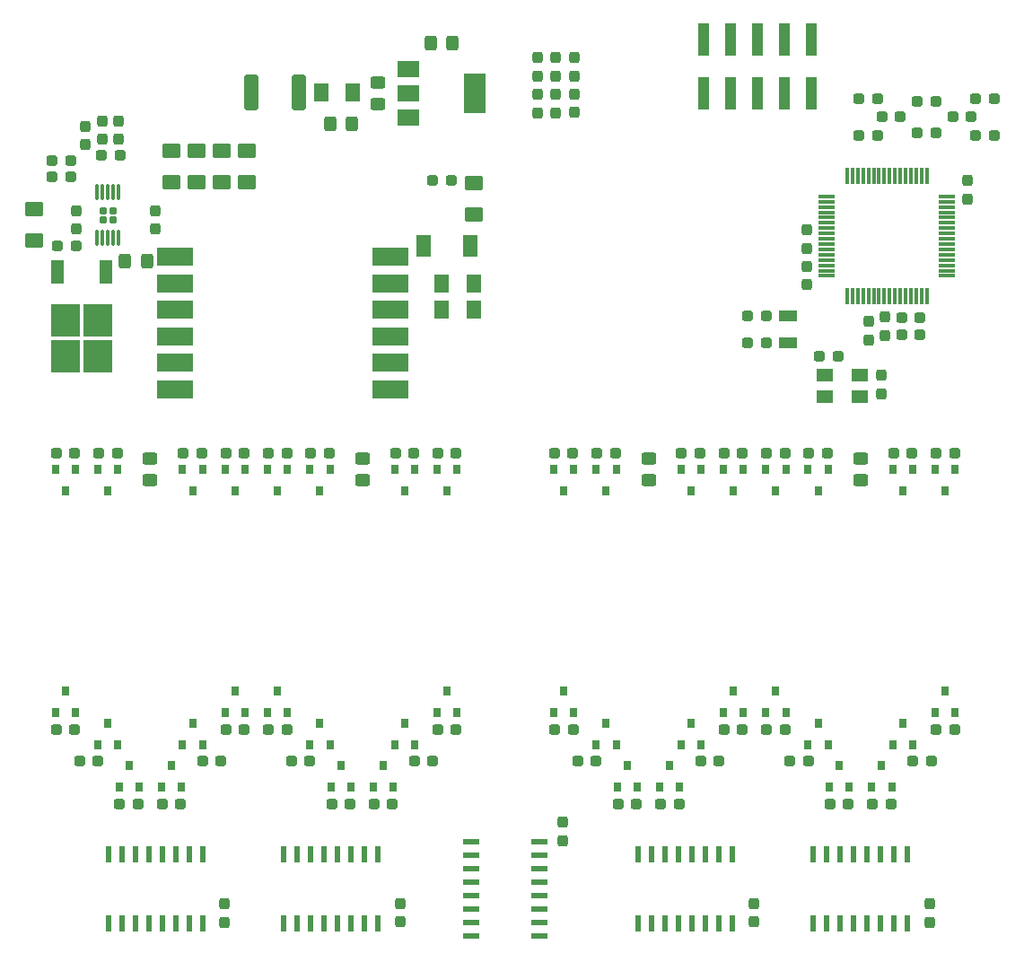
<source format=gbr>
%TF.GenerationSoftware,KiCad,Pcbnew,(5.99.0-9843-g93c991926f)*%
%TF.CreationDate,2021-03-24T22:11:12-04:00*%
%TF.ProjectId,nixieclock,6e697869-6563-46c6-9f63-6b2e6b696361,rev?*%
%TF.SameCoordinates,Original*%
%TF.FileFunction,Paste,Top*%
%TF.FilePolarity,Positive*%
%FSLAX46Y46*%
G04 Gerber Fmt 4.6, Leading zero omitted, Abs format (unit mm)*
G04 Created by KiCad (PCBNEW (5.99.0-9843-g93c991926f)) date 2021-03-24 22:11:12*
%MOMM*%
%LPD*%
G01*
G04 APERTURE LIST*
G04 Aperture macros list*
%AMRoundRect*
0 Rectangle with rounded corners*
0 $1 Rounding radius*
0 $2 $3 $4 $5 $6 $7 $8 $9 X,Y pos of 4 corners*
0 Add a 4 corners polygon primitive as box body*
4,1,4,$2,$3,$4,$5,$6,$7,$8,$9,$2,$3,0*
0 Add four circle primitives for the rounded corners*
1,1,$1+$1,$2,$3*
1,1,$1+$1,$4,$5*
1,1,$1+$1,$6,$7*
1,1,$1+$1,$8,$9*
0 Add four rect primitives between the rounded corners*
20,1,$1+$1,$2,$3,$4,$5,0*
20,1,$1+$1,$4,$5,$6,$7,0*
20,1,$1+$1,$6,$7,$8,$9,0*
20,1,$1+$1,$8,$9,$2,$3,0*%
G04 Aperture macros list end*
%ADD10R,0.800000X0.900000*%
%ADD11RoundRect,0.237500X0.287500X0.237500X-0.287500X0.237500X-0.287500X-0.237500X0.287500X-0.237500X0*%
%ADD12RoundRect,0.237500X-0.287500X-0.237500X0.287500X-0.237500X0.287500X0.237500X-0.287500X0.237500X0*%
%ADD13R,1.600000X1.300000*%
%ADD14RoundRect,0.137500X-0.137500X0.662500X-0.137500X-0.662500X0.137500X-0.662500X0.137500X0.662500X0*%
%ADD15RoundRect,0.250001X0.624999X-0.462499X0.624999X0.462499X-0.624999X0.462499X-0.624999X-0.462499X0*%
%ADD16RoundRect,0.237500X-0.237500X0.287500X-0.237500X-0.287500X0.237500X-0.287500X0.237500X0.287500X0*%
%ADD17RoundRect,0.250001X0.462499X0.624999X-0.462499X0.624999X-0.462499X-0.624999X0.462499X-0.624999X0*%
%ADD18RoundRect,0.237500X0.237500X-0.287500X0.237500X0.287500X-0.237500X0.287500X-0.237500X-0.287500X0*%
%ADD19RoundRect,0.250000X-0.450000X0.325000X-0.450000X-0.325000X0.450000X-0.325000X0.450000X0.325000X0*%
%ADD20R,3.430000X1.790000*%
%ADD21RoundRect,0.250000X0.325000X0.450000X-0.325000X0.450000X-0.325000X-0.450000X0.325000X-0.450000X0*%
%ADD22R,2.750000X3.050000*%
%ADD23R,1.200000X2.200000*%
%ADD24RoundRect,0.137500X-0.662500X-0.137500X0.662500X-0.137500X0.662500X0.137500X-0.662500X0.137500X0*%
%ADD25RoundRect,0.075000X0.075000X-0.700000X0.075000X0.700000X-0.075000X0.700000X-0.075000X-0.700000X0*%
%ADD26RoundRect,0.075000X0.700000X-0.075000X0.700000X0.075000X-0.700000X0.075000X-0.700000X-0.075000X0*%
%ADD27R,1.800000X1.000000*%
%ADD28R,1.000000X3.150000*%
%ADD29RoundRect,0.250000X-0.325000X-0.450000X0.325000X-0.450000X0.325000X0.450000X-0.325000X0.450000X0*%
%ADD30RoundRect,0.170000X-0.210000X0.170000X-0.210000X-0.170000X0.210000X-0.170000X0.210000X0.170000X0*%
%ADD31RoundRect,0.075000X-0.075000X0.650000X-0.075000X-0.650000X0.075000X-0.650000X0.075000X0.650000X0*%
%ADD32R,1.400000X2.000000*%
%ADD33R,2.000000X1.500000*%
%ADD34R,2.000000X3.800000*%
%ADD35RoundRect,0.250000X0.450000X-0.325000X0.450000X0.325000X-0.450000X0.325000X-0.450000X-0.325000X0*%
%ADD36RoundRect,0.250000X-0.400000X-1.450000X0.400000X-1.450000X0.400000X1.450000X-0.400000X1.450000X0*%
G04 APERTURE END LIST*
D10*
%TO.C,Q41*%
X152450000Y-114750000D03*
X150550000Y-114750000D03*
X151500000Y-116750000D03*
%TD*%
D11*
%TO.C,R45*%
X93375000Y-113200000D03*
X91625000Y-113200000D03*
%TD*%
D12*
%TO.C,R53*%
X87625000Y-139300000D03*
X89375000Y-139300000D03*
%TD*%
D10*
%TO.C,Q32*%
X130550000Y-137700000D03*
X132450000Y-137700000D03*
X131500000Y-135700000D03*
%TD*%
D12*
%TO.C,R71*%
X140625000Y-146300000D03*
X142375000Y-146300000D03*
%TD*%
D13*
%TO.C,Y1*%
X140150000Y-107850000D03*
X143450000Y-107850000D03*
X143450000Y-105850000D03*
X140150000Y-105850000D03*
%TD*%
D14*
%TO.C,U6*%
X131445000Y-151100000D03*
X130175000Y-151100000D03*
X128905000Y-151100000D03*
X127635000Y-151100000D03*
X126365000Y-151100000D03*
X125095000Y-151100000D03*
X123825000Y-151100000D03*
X122555000Y-151100000D03*
X122555000Y-157600000D03*
X123825000Y-157600000D03*
X125095000Y-157600000D03*
X126365000Y-157600000D03*
X127635000Y-157600000D03*
X128905000Y-157600000D03*
X130175000Y-157600000D03*
X131445000Y-157600000D03*
%TD*%
D10*
%TO.C,Q16*%
X71550000Y-140700000D03*
X73450000Y-140700000D03*
X72500000Y-138700000D03*
%TD*%
D12*
%TO.C,R59*%
X128425000Y-142300000D03*
X130175000Y-142300000D03*
%TD*%
D15*
%TO.C,C4*%
X85648800Y-87695100D03*
X85648800Y-84720100D03*
%TD*%
D11*
%TO.C,R74*%
X136375000Y-113200000D03*
X134625000Y-113200000D03*
%TD*%
D10*
%TO.C,Q36*%
X118550000Y-140700000D03*
X120450000Y-140700000D03*
X119500000Y-138700000D03*
%TD*%
%TO.C,Q38*%
X116450000Y-114750000D03*
X114550000Y-114750000D03*
X115500000Y-116750000D03*
%TD*%
D14*
%TO.C,U4*%
X97945000Y-151100000D03*
X96675000Y-151100000D03*
X95405000Y-151100000D03*
X94135000Y-151100000D03*
X92865000Y-151100000D03*
X91595000Y-151100000D03*
X90325000Y-151100000D03*
X89055000Y-151100000D03*
X89055000Y-157600000D03*
X90325000Y-157600000D03*
X91595000Y-157600000D03*
X92865000Y-157600000D03*
X94135000Y-157600000D03*
X95405000Y-157600000D03*
X96675000Y-157600000D03*
X97945000Y-157600000D03*
%TD*%
D10*
%TO.C,Q12*%
X83550000Y-137700000D03*
X85450000Y-137700000D03*
X84500000Y-135700000D03*
%TD*%
D15*
%TO.C,C2*%
X80873600Y-87687500D03*
X80873600Y-84712500D03*
%TD*%
D16*
%TO.C,C24*%
X145800000Y-100375000D03*
X145800000Y-102125000D03*
%TD*%
D12*
%TO.C,C30*%
X148875000Y-80000000D03*
X150625000Y-80000000D03*
%TD*%
D11*
%TO.C,R57*%
X132375000Y-113200000D03*
X130625000Y-113200000D03*
%TD*%
D17*
%TO.C,C6*%
X106987500Y-99700000D03*
X104012500Y-99700000D03*
%TD*%
D18*
%TO.C,C16*%
X100050000Y-157450000D03*
X100050000Y-155700000D03*
%TD*%
D12*
%TO.C,C29*%
X154375000Y-83250000D03*
X156125000Y-83250000D03*
%TD*%
D11*
%TO.C,C25*%
X141375000Y-104050000D03*
X139625000Y-104050000D03*
%TD*%
D12*
%TO.C,R69*%
X148425000Y-142300000D03*
X150175000Y-142300000D03*
%TD*%
D10*
%TO.C,Q44*%
X144550000Y-144700000D03*
X146450000Y-144700000D03*
X145500000Y-142700000D03*
%TD*%
D12*
%TO.C,R43*%
X67625000Y-139300000D03*
X69375000Y-139300000D03*
%TD*%
%TO.C,R70*%
X144625000Y-146300000D03*
X146375000Y-146300000D03*
%TD*%
D18*
%TO.C,C12*%
X73500000Y-83625000D03*
X73500000Y-81875000D03*
%TD*%
D10*
%TO.C,Q42*%
X150550000Y-137700000D03*
X152450000Y-137700000D03*
X151500000Y-135700000D03*
%TD*%
%TO.C,Q31*%
X132450000Y-114750000D03*
X130550000Y-114750000D03*
X131500000Y-116750000D03*
%TD*%
%TO.C,Q39*%
X140450000Y-114750000D03*
X138550000Y-114750000D03*
X139500000Y-116750000D03*
%TD*%
%TO.C,Q17*%
X67550000Y-137700000D03*
X69450000Y-137700000D03*
X68500000Y-135700000D03*
%TD*%
D19*
%TO.C,R23*%
X123500000Y-113725000D03*
X123500000Y-115775000D03*
%TD*%
D15*
%TO.C,R1*%
X107000000Y-90687501D03*
X107000000Y-87712501D03*
%TD*%
D18*
%TO.C,D3*%
X114750000Y-77625000D03*
X114750000Y-75875000D03*
%TD*%
D12*
%TO.C,R49*%
X101425000Y-142300000D03*
X103175000Y-142300000D03*
%TD*%
D19*
%TO.C,R21*%
X76500000Y-113725000D03*
X76500000Y-115775000D03*
%TD*%
D11*
%TO.C,R56*%
X128375000Y-113200000D03*
X126625000Y-113200000D03*
%TD*%
D20*
%TO.C,L1*%
X78845000Y-94700000D03*
X78845000Y-97200000D03*
X78845000Y-99700000D03*
X78845000Y-102200000D03*
X78845000Y-104700000D03*
X78845000Y-107200000D03*
X99155000Y-107200000D03*
X99155000Y-104700000D03*
X99155000Y-102200000D03*
X99155000Y-99700000D03*
X99155000Y-97200000D03*
X99155000Y-94700000D03*
%TD*%
D12*
%TO.C,R5*%
X67780000Y-93700001D03*
X69530000Y-93700001D03*
%TD*%
D11*
%TO.C,R19*%
X156125000Y-79750000D03*
X154375000Y-79750000D03*
%TD*%
D18*
%TO.C,C11*%
X72000000Y-83625000D03*
X72000000Y-81875000D03*
%TD*%
D10*
%TO.C,Q24*%
X97550000Y-144700000D03*
X99450000Y-144700000D03*
X98500000Y-142700000D03*
%TD*%
%TO.C,Q25*%
X93550000Y-144700000D03*
X95450000Y-144700000D03*
X94500000Y-142700000D03*
%TD*%
D11*
%TO.C,R55*%
X120375000Y-113200000D03*
X118625000Y-113200000D03*
%TD*%
%TO.C,C23*%
X149125000Y-102050000D03*
X147375000Y-102050000D03*
%TD*%
D12*
%TO.C,R63*%
X114650000Y-139300000D03*
X116400000Y-139300000D03*
%TD*%
%TO.C,R61*%
X120625000Y-146300000D03*
X122375000Y-146300000D03*
%TD*%
D21*
%TO.C,C5*%
X95513000Y-82143600D03*
X93463000Y-82143600D03*
%TD*%
D18*
%TO.C,C8*%
X69500000Y-92075001D03*
X69500000Y-90325001D03*
%TD*%
D11*
%TO.C,R29*%
X153975000Y-81500000D03*
X152225000Y-81500000D03*
%TD*%
D22*
%TO.C,Q2*%
X68474999Y-104075001D03*
X68474999Y-100725001D03*
X71524999Y-100725001D03*
X71524999Y-104075001D03*
D23*
X72279999Y-96100001D03*
X67719999Y-96100001D03*
%TD*%
D24*
%TO.C,U5*%
X106750000Y-149905000D03*
X106750000Y-151175000D03*
X106750000Y-152445000D03*
X106750000Y-153715000D03*
X106750000Y-154985000D03*
X106750000Y-156255000D03*
X106750000Y-157525000D03*
X106750000Y-158795000D03*
X113250000Y-158795000D03*
X113250000Y-157525000D03*
X113250000Y-156255000D03*
X113250000Y-154985000D03*
X113250000Y-153715000D03*
X113250000Y-152445000D03*
X113250000Y-151175000D03*
X113250000Y-149905000D03*
%TD*%
D10*
%TO.C,Q34*%
X124550000Y-144700000D03*
X126450000Y-144700000D03*
X125500000Y-142700000D03*
%TD*%
D25*
%TO.C,U8*%
X142250000Y-98425000D03*
X142750000Y-98425000D03*
X143250000Y-98425000D03*
X143750000Y-98425000D03*
X144250000Y-98425000D03*
X144750000Y-98425000D03*
X145250000Y-98425000D03*
X145750000Y-98425000D03*
X146250000Y-98425000D03*
X146750000Y-98425000D03*
X147250000Y-98425000D03*
X147750000Y-98425000D03*
X148250000Y-98425000D03*
X148750000Y-98425000D03*
X149250000Y-98425000D03*
X149750000Y-98425000D03*
D26*
X151675000Y-96500000D03*
X151675000Y-96000000D03*
X151675000Y-95500000D03*
X151675000Y-95000000D03*
X151675000Y-94500000D03*
X151675000Y-94000000D03*
X151675000Y-93500000D03*
X151675000Y-93000000D03*
X151675000Y-92500000D03*
X151675000Y-92000000D03*
X151675000Y-91500000D03*
X151675000Y-91000000D03*
X151675000Y-90500000D03*
X151675000Y-90000000D03*
X151675000Y-89500000D03*
X151675000Y-89000000D03*
D25*
X149750000Y-87075000D03*
X149250000Y-87075000D03*
X148750000Y-87075000D03*
X148250000Y-87075000D03*
X147750000Y-87075000D03*
X147250000Y-87075000D03*
X146750000Y-87075000D03*
X146250000Y-87075000D03*
X145750000Y-87075000D03*
X145250000Y-87075000D03*
X144750000Y-87075000D03*
X144250000Y-87075000D03*
X143750000Y-87075000D03*
X143250000Y-87075000D03*
X142750000Y-87075000D03*
X142250000Y-87075000D03*
D26*
X140325000Y-89000000D03*
X140325000Y-89500000D03*
X140325000Y-90000000D03*
X140325000Y-90500000D03*
X140325000Y-91000000D03*
X140325000Y-91500000D03*
X140325000Y-92000000D03*
X140325000Y-92500000D03*
X140325000Y-93000000D03*
X140325000Y-93500000D03*
X140325000Y-94000000D03*
X140325000Y-94500000D03*
X140325000Y-95000000D03*
X140325000Y-95500000D03*
X140325000Y-96000000D03*
X140325000Y-96500000D03*
%TD*%
D10*
%TO.C,Q19*%
X93450000Y-114750000D03*
X91550000Y-114750000D03*
X92500000Y-116750000D03*
%TD*%
D12*
%TO.C,R60*%
X124625000Y-146300000D03*
X126375000Y-146300000D03*
%TD*%
D16*
%TO.C,R27*%
X144250000Y-100775000D03*
X144250000Y-102525000D03*
%TD*%
D10*
%TO.C,Q40*%
X148450000Y-114750000D03*
X146550000Y-114750000D03*
X147500000Y-116750000D03*
%TD*%
%TO.C,Q28*%
X89450000Y-114750000D03*
X87550000Y-114750000D03*
X88500000Y-116750000D03*
%TD*%
D16*
%TO.C,R34*%
X116510000Y-79335000D03*
X116510000Y-81085000D03*
%TD*%
D10*
%TO.C,Q33*%
X126550000Y-140700000D03*
X128450000Y-140700000D03*
X127500000Y-138700000D03*
%TD*%
D11*
%TO.C,R44*%
X69375000Y-113200000D03*
X67625000Y-113200000D03*
%TD*%
%TO.C,C28*%
X134625000Y-102800000D03*
X132875000Y-102800000D03*
%TD*%
%TO.C,R42*%
X71575000Y-142300000D03*
X69825000Y-142300000D03*
%TD*%
D16*
%TO.C,R32*%
X113000000Y-79375000D03*
X113000000Y-81125000D03*
%TD*%
D11*
%TO.C,R52*%
X91575000Y-142300000D03*
X89825000Y-142300000D03*
%TD*%
%TO.C,R31*%
X145125000Y-79750000D03*
X143375000Y-79750000D03*
%TD*%
D27*
%TO.C,Y2*%
X136630000Y-100300000D03*
X136630000Y-102800000D03*
%TD*%
D18*
%TO.C,D4*%
X116500000Y-77625000D03*
X116500000Y-75875000D03*
%TD*%
D11*
%TO.C,R35*%
X73375000Y-113200000D03*
X71625000Y-113200000D03*
%TD*%
D12*
%TO.C,R51*%
X93625000Y-146300000D03*
X95375000Y-146300000D03*
%TD*%
D28*
%TO.C,J2*%
X138830000Y-74225000D03*
X138830000Y-79275000D03*
X136290000Y-74225000D03*
X136290000Y-79275000D03*
X133750000Y-74225000D03*
X133750000Y-79275000D03*
X131210000Y-74225000D03*
X131210000Y-79275000D03*
X128670000Y-74225000D03*
X128670000Y-79275000D03*
%TD*%
D12*
%TO.C,R39*%
X81425000Y-142300000D03*
X83175000Y-142300000D03*
%TD*%
D10*
%TO.C,Q11*%
X85450000Y-114750000D03*
X83550000Y-114750000D03*
X84500000Y-116750000D03*
%TD*%
D12*
%TO.C,R8*%
X71925000Y-85150000D03*
X73675000Y-85150000D03*
%TD*%
D11*
%TO.C,C27*%
X134625000Y-100300000D03*
X132875000Y-100300000D03*
%TD*%
%TO.C,R72*%
X138575000Y-142300000D03*
X136825000Y-142300000D03*
%TD*%
D12*
%TO.C,R68*%
X150625000Y-139300000D03*
X152375000Y-139300000D03*
%TD*%
%TO.C,R41*%
X73625000Y-146300000D03*
X75375000Y-146300000D03*
%TD*%
D10*
%TO.C,Q47*%
X134550000Y-137700000D03*
X136450000Y-137700000D03*
X135500000Y-135700000D03*
%TD*%
%TO.C,Q26*%
X91550000Y-140700000D03*
X93450000Y-140700000D03*
X92500000Y-138700000D03*
%TD*%
D18*
%TO.C,C20*%
X138400000Y-97325000D03*
X138400000Y-95575000D03*
%TD*%
D16*
%TO.C,C21*%
X153600000Y-87475000D03*
X153600000Y-89225000D03*
%TD*%
D12*
%TO.C,R48*%
X103625000Y-139300000D03*
X105375000Y-139300000D03*
%TD*%
D10*
%TO.C,Q43*%
X146550000Y-140700000D03*
X148450000Y-140700000D03*
X147500000Y-138700000D03*
%TD*%
D16*
%TO.C,R3*%
X77000000Y-90325001D03*
X77000000Y-92075001D03*
%TD*%
D14*
%TO.C,U3*%
X81445000Y-151100000D03*
X80175000Y-151100000D03*
X78905000Y-151100000D03*
X77635000Y-151100000D03*
X76365000Y-151100000D03*
X75095000Y-151100000D03*
X73825000Y-151100000D03*
X72555000Y-151100000D03*
X72555000Y-157600000D03*
X73825000Y-157600000D03*
X75095000Y-157600000D03*
X76365000Y-157600000D03*
X77635000Y-157600000D03*
X78905000Y-157600000D03*
X80175000Y-157600000D03*
X81445000Y-157600000D03*
%TD*%
D10*
%TO.C,Q45*%
X140550000Y-144700000D03*
X142450000Y-144700000D03*
X141500000Y-142700000D03*
%TD*%
D17*
%TO.C,C7*%
X106987500Y-97199999D03*
X104012500Y-97199999D03*
%TD*%
D18*
%TO.C,C15*%
X83500000Y-157475000D03*
X83500000Y-155725000D03*
%TD*%
%TO.C,C18*%
X133450000Y-157450000D03*
X133450000Y-155700000D03*
%TD*%
D12*
%TO.C,R73*%
X134625000Y-139300000D03*
X136375000Y-139300000D03*
%TD*%
%TO.C,R40*%
X77625000Y-146300000D03*
X79375000Y-146300000D03*
%TD*%
D29*
%TO.C,C9*%
X74130001Y-95100001D03*
X76180001Y-95100001D03*
%TD*%
D10*
%TO.C,Q27*%
X87550000Y-137700000D03*
X89450000Y-137700000D03*
X88500000Y-135700000D03*
%TD*%
%TO.C,Q21*%
X105450000Y-114750000D03*
X103550000Y-114750000D03*
X104500000Y-116750000D03*
%TD*%
D17*
%TO.C,FB1*%
X95594500Y-79150000D03*
X92619500Y-79150000D03*
%TD*%
D10*
%TO.C,Q15*%
X73550000Y-144700000D03*
X75450000Y-144700000D03*
X74500000Y-142700000D03*
%TD*%
%TO.C,Q9*%
X73450000Y-114750000D03*
X71550000Y-114750000D03*
X72500000Y-116750000D03*
%TD*%
D16*
%TO.C,C26*%
X145500000Y-105875000D03*
X145500000Y-107625000D03*
%TD*%
D12*
%TO.C,R58*%
X130625000Y-139300000D03*
X132375000Y-139300000D03*
%TD*%
D18*
%TO.C,R4*%
X70400000Y-84125000D03*
X70400000Y-82375000D03*
%TD*%
%TO.C,C19*%
X150000000Y-157475000D03*
X150000000Y-155725000D03*
%TD*%
D11*
%TO.C,R64*%
X116375000Y-113200000D03*
X114625000Y-113200000D03*
%TD*%
D19*
%TO.C,R24*%
X143500000Y-113725000D03*
X143500000Y-115775000D03*
%TD*%
D10*
%TO.C,Q30*%
X128450000Y-114750000D03*
X126550000Y-114750000D03*
X127500000Y-116750000D03*
%TD*%
D11*
%TO.C,R36*%
X81375000Y-113200000D03*
X79625000Y-113200000D03*
%TD*%
D10*
%TO.C,Q35*%
X120550000Y-144700000D03*
X122450000Y-144700000D03*
X121500000Y-142700000D03*
%TD*%
%TO.C,Q10*%
X81450000Y-114750000D03*
X79550000Y-114750000D03*
X80500000Y-116750000D03*
%TD*%
D12*
%TO.C,R38*%
X83625000Y-139300000D03*
X85375000Y-139300000D03*
%TD*%
D10*
%TO.C,Q48*%
X136450000Y-114750000D03*
X134550000Y-114750000D03*
X135500000Y-116750000D03*
%TD*%
D11*
%TO.C,R30*%
X147275000Y-81500000D03*
X145525000Y-81500000D03*
%TD*%
%TO.C,R47*%
X105375000Y-113200000D03*
X103625000Y-113200000D03*
%TD*%
D15*
%TO.C,C1*%
X78500000Y-87687500D03*
X78500000Y-84712500D03*
%TD*%
D11*
%TO.C,R67*%
X152375000Y-113200000D03*
X150625000Y-113200000D03*
%TD*%
%TO.C,R37*%
X85375000Y-113200000D03*
X83625000Y-113200000D03*
%TD*%
D12*
%TO.C,C31*%
X143375000Y-83250000D03*
X145125000Y-83250000D03*
%TD*%
D11*
%TO.C,R66*%
X148375000Y-113200000D03*
X146625000Y-113200000D03*
%TD*%
D14*
%TO.C,U7*%
X147945000Y-151100000D03*
X146675000Y-151100000D03*
X145405000Y-151100000D03*
X144135000Y-151100000D03*
X142865000Y-151100000D03*
X141595000Y-151100000D03*
X140325000Y-151100000D03*
X139055000Y-151100000D03*
X139055000Y-157600000D03*
X140325000Y-157600000D03*
X141595000Y-157600000D03*
X142865000Y-157600000D03*
X144135000Y-157600000D03*
X145405000Y-157600000D03*
X146675000Y-157600000D03*
X147945000Y-157600000D03*
%TD*%
D30*
%TO.C,U1*%
X72029999Y-91170000D03*
X72969999Y-91170000D03*
X72029999Y-90330000D03*
X72969999Y-90330000D03*
D31*
X73499999Y-88600000D03*
X72999999Y-88600000D03*
X72499999Y-88600000D03*
X71999999Y-88600000D03*
X71499999Y-88600000D03*
X71499999Y-92900000D03*
X71999999Y-92900000D03*
X72499999Y-92900000D03*
X72999999Y-92900000D03*
X73499999Y-92900000D03*
%TD*%
D18*
%TO.C,R28*%
X138400000Y-93899999D03*
X138400000Y-92149999D03*
%TD*%
D10*
%TO.C,Q13*%
X79550000Y-140700000D03*
X81450000Y-140700000D03*
X80500000Y-138700000D03*
%TD*%
D11*
%TO.C,R46*%
X101375000Y-113200000D03*
X99625000Y-113200000D03*
%TD*%
D12*
%TO.C,R50*%
X97600000Y-146300000D03*
X99350000Y-146300000D03*
%TD*%
D10*
%TO.C,Q37*%
X114550000Y-137700000D03*
X116450000Y-137700000D03*
X115500000Y-135700000D03*
%TD*%
%TO.C,Q46*%
X138550000Y-140700000D03*
X140450000Y-140700000D03*
X139500000Y-138700000D03*
%TD*%
D32*
%TO.C,D1*%
X106700001Y-93700001D03*
X102300001Y-93700001D03*
%TD*%
D16*
%TO.C,R33*%
X114750000Y-79375000D03*
X114750000Y-81125000D03*
%TD*%
D10*
%TO.C,Q18*%
X69450000Y-114750000D03*
X67550000Y-114750000D03*
X68500000Y-116750000D03*
%TD*%
D15*
%TO.C,C3*%
X83261200Y-87695100D03*
X83261200Y-84720100D03*
%TD*%
D21*
%TO.C,C14*%
X105025000Y-74550000D03*
X102975000Y-74550000D03*
%TD*%
D11*
%TO.C,R62*%
X118575000Y-142300000D03*
X116825000Y-142300000D03*
%TD*%
D10*
%TO.C,Q14*%
X77550000Y-144700000D03*
X79450000Y-144700000D03*
X78500000Y-142700000D03*
%TD*%
D11*
%TO.C,R7*%
X69024999Y-87150000D03*
X67274999Y-87150000D03*
%TD*%
D10*
%TO.C,Q22*%
X103550000Y-137700000D03*
X105450000Y-137700000D03*
X104500000Y-135700000D03*
%TD*%
%TO.C,Q20*%
X101450000Y-114750000D03*
X99550000Y-114750000D03*
X100500000Y-116750000D03*
%TD*%
D18*
%TO.C,D2*%
X113000000Y-77625000D03*
X113000000Y-75875000D03*
%TD*%
D11*
%TO.C,R54*%
X89375000Y-113200000D03*
X87625000Y-113200000D03*
%TD*%
D33*
%TO.C,U2*%
X100850000Y-76950000D03*
X100850000Y-79250000D03*
D34*
X107150000Y-79250000D03*
D33*
X100850000Y-81550000D03*
%TD*%
D11*
%TO.C,C10*%
X69025000Y-85650000D03*
X67275000Y-85650000D03*
%TD*%
%TO.C,C22*%
X149125000Y-100400000D03*
X147375000Y-100400000D03*
%TD*%
D10*
%TO.C,Q23*%
X99550000Y-140700000D03*
X101450000Y-140700000D03*
X100500000Y-138700000D03*
%TD*%
D35*
%TO.C,C13*%
X98000000Y-80275000D03*
X98000000Y-78225000D03*
%TD*%
D11*
%TO.C,R2*%
X104875000Y-87500000D03*
X103125000Y-87500000D03*
%TD*%
D36*
%TO.C,F1*%
X86040000Y-79150000D03*
X90490000Y-79150000D03*
%TD*%
D18*
%TO.C,C17*%
X115400000Y-149775000D03*
X115400000Y-148025000D03*
%TD*%
D11*
%TO.C,R65*%
X140375000Y-113200000D03*
X138625000Y-113200000D03*
%TD*%
D19*
%TO.C,R22*%
X96500000Y-113725000D03*
X96500000Y-115775000D03*
%TD*%
D15*
%TO.C,R6*%
X65500001Y-93187501D03*
X65500001Y-90212501D03*
%TD*%
D10*
%TO.C,Q29*%
X120450000Y-114750000D03*
X118550000Y-114750000D03*
X119500000Y-116750000D03*
%TD*%
D12*
%TO.C,R20*%
X148875000Y-83000000D03*
X150625000Y-83000000D03*
%TD*%
M02*

</source>
